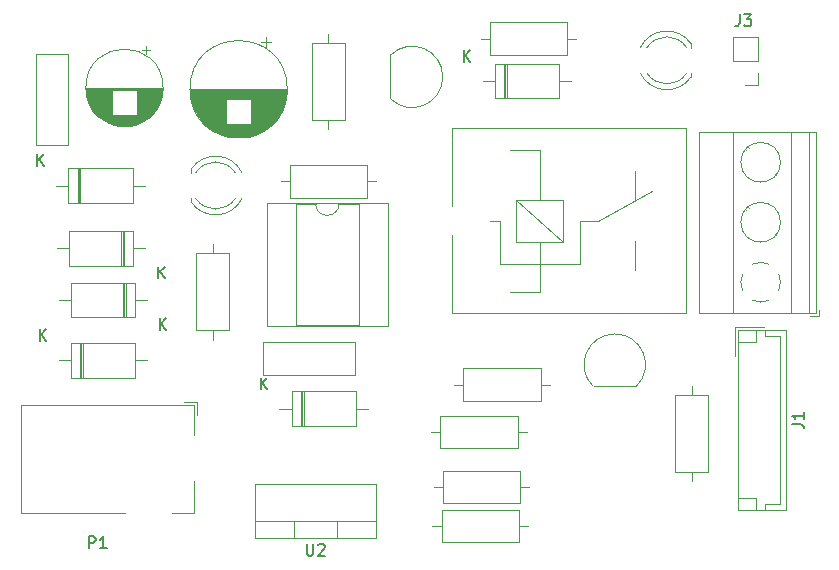
<source format=gbr>
%TF.GenerationSoftware,KiCad,Pcbnew,8.0.0-rc2*%
%TF.CreationDate,2024-05-24T11:46:06+05:30*%
%TF.ProjectId,IR based Relay controll board_v1,49522062-6173-4656-9420-52656c617920,rev?*%
%TF.SameCoordinates,Original*%
%TF.FileFunction,Legend,Top*%
%TF.FilePolarity,Positive*%
%FSLAX46Y46*%
G04 Gerber Fmt 4.6, Leading zero omitted, Abs format (unit mm)*
G04 Created by KiCad (PCBNEW 8.0.0-rc2) date 2024-05-24 11:46:06*
%MOMM*%
%LPD*%
G01*
G04 APERTURE LIST*
%ADD10C,0.150000*%
%ADD11C,0.120000*%
G04 APERTURE END LIST*
D10*
X169608095Y-111154819D02*
X169608095Y-110154819D01*
X170179523Y-111154819D02*
X169750952Y-110583390D01*
X170179523Y-110154819D02*
X169608095Y-110726247D01*
X152408095Y-138904819D02*
X152408095Y-137904819D01*
X152979523Y-138904819D02*
X152550952Y-138333390D01*
X152979523Y-137904819D02*
X152408095Y-138476247D01*
X133708095Y-134804819D02*
X133708095Y-133804819D01*
X134279523Y-134804819D02*
X133850952Y-134233390D01*
X134279523Y-133804819D02*
X133708095Y-134376247D01*
X137861905Y-152354819D02*
X137861905Y-151354819D01*
X137861905Y-151354819D02*
X138242857Y-151354819D01*
X138242857Y-151354819D02*
X138338095Y-151402438D01*
X138338095Y-151402438D02*
X138385714Y-151450057D01*
X138385714Y-151450057D02*
X138433333Y-151545295D01*
X138433333Y-151545295D02*
X138433333Y-151688152D01*
X138433333Y-151688152D02*
X138385714Y-151783390D01*
X138385714Y-151783390D02*
X138338095Y-151831009D01*
X138338095Y-151831009D02*
X138242857Y-151878628D01*
X138242857Y-151878628D02*
X137861905Y-151878628D01*
X139385714Y-152354819D02*
X138814286Y-152354819D01*
X139100000Y-152354819D02*
X139100000Y-151354819D01*
X139100000Y-151354819D02*
X139004762Y-151497676D01*
X139004762Y-151497676D02*
X138909524Y-151592914D01*
X138909524Y-151592914D02*
X138814286Y-151640533D01*
X192966666Y-107154819D02*
X192966666Y-107869104D01*
X192966666Y-107869104D02*
X192919047Y-108011961D01*
X192919047Y-108011961D02*
X192823809Y-108107200D01*
X192823809Y-108107200D02*
X192680952Y-108154819D01*
X192680952Y-108154819D02*
X192585714Y-108154819D01*
X193347619Y-107154819D02*
X193966666Y-107154819D01*
X193966666Y-107154819D02*
X193633333Y-107535771D01*
X193633333Y-107535771D02*
X193776190Y-107535771D01*
X193776190Y-107535771D02*
X193871428Y-107583390D01*
X193871428Y-107583390D02*
X193919047Y-107631009D01*
X193919047Y-107631009D02*
X193966666Y-107726247D01*
X193966666Y-107726247D02*
X193966666Y-107964342D01*
X193966666Y-107964342D02*
X193919047Y-108059580D01*
X193919047Y-108059580D02*
X193871428Y-108107200D01*
X193871428Y-108107200D02*
X193776190Y-108154819D01*
X193776190Y-108154819D02*
X193490476Y-108154819D01*
X193490476Y-108154819D02*
X193395238Y-108107200D01*
X193395238Y-108107200D02*
X193347619Y-108059580D01*
X156298095Y-151974819D02*
X156298095Y-152784342D01*
X156298095Y-152784342D02*
X156345714Y-152879580D01*
X156345714Y-152879580D02*
X156393333Y-152927200D01*
X156393333Y-152927200D02*
X156488571Y-152974819D01*
X156488571Y-152974819D02*
X156679047Y-152974819D01*
X156679047Y-152974819D02*
X156774285Y-152927200D01*
X156774285Y-152927200D02*
X156821904Y-152879580D01*
X156821904Y-152879580D02*
X156869523Y-152784342D01*
X156869523Y-152784342D02*
X156869523Y-151974819D01*
X157298095Y-152070057D02*
X157345714Y-152022438D01*
X157345714Y-152022438D02*
X157440952Y-151974819D01*
X157440952Y-151974819D02*
X157679047Y-151974819D01*
X157679047Y-151974819D02*
X157774285Y-152022438D01*
X157774285Y-152022438D02*
X157821904Y-152070057D01*
X157821904Y-152070057D02*
X157869523Y-152165295D01*
X157869523Y-152165295D02*
X157869523Y-152260533D01*
X157869523Y-152260533D02*
X157821904Y-152403390D01*
X157821904Y-152403390D02*
X157250476Y-152974819D01*
X157250476Y-152974819D02*
X157869523Y-152974819D01*
X143868095Y-133904819D02*
X143868095Y-132904819D01*
X144439523Y-133904819D02*
X144010952Y-133333390D01*
X144439523Y-132904819D02*
X143868095Y-133476247D01*
X197404819Y-141833333D02*
X198119104Y-141833333D01*
X198119104Y-141833333D02*
X198261961Y-141880952D01*
X198261961Y-141880952D02*
X198357200Y-141976190D01*
X198357200Y-141976190D02*
X198404819Y-142119047D01*
X198404819Y-142119047D02*
X198404819Y-142214285D01*
X198404819Y-140833333D02*
X198404819Y-141404761D01*
X198404819Y-141119047D02*
X197404819Y-141119047D01*
X197404819Y-141119047D02*
X197547676Y-141214285D01*
X197547676Y-141214285D02*
X197642914Y-141309523D01*
X197642914Y-141309523D02*
X197690533Y-141404761D01*
X143718095Y-129504819D02*
X143718095Y-128504819D01*
X144289523Y-129504819D02*
X143860952Y-128933390D01*
X144289523Y-128504819D02*
X143718095Y-129076247D01*
X133508095Y-120004819D02*
X133508095Y-119004819D01*
X134079523Y-120004819D02*
X133650952Y-119433390D01*
X134079523Y-119004819D02*
X133508095Y-119576247D01*
D11*
%TO.C,C2*%
X149510000Y-114378349D02*
X146565000Y-114378349D01*
X149510000Y-114418349D02*
X146574000Y-114418349D01*
X149510000Y-114458349D02*
X146583000Y-114458349D01*
X149510000Y-114498349D02*
X146593000Y-114498349D01*
X149510000Y-114538349D02*
X146603000Y-114538349D01*
X149510000Y-114578349D02*
X146614000Y-114578349D01*
X149510000Y-114618349D02*
X146625000Y-114618349D01*
X149510000Y-114658349D02*
X146636000Y-114658349D01*
X149510000Y-114698349D02*
X146648000Y-114698349D01*
X149510000Y-114738349D02*
X146661000Y-114738349D01*
X149510000Y-114778349D02*
X146673000Y-114778349D01*
X149510000Y-114818349D02*
X146687000Y-114818349D01*
X149510000Y-114858349D02*
X146700000Y-114858349D01*
X149510000Y-114898349D02*
X146715000Y-114898349D01*
X149510000Y-114938349D02*
X146729000Y-114938349D01*
X149510000Y-114978349D02*
X146745000Y-114978349D01*
X149510000Y-115018349D02*
X146760000Y-115018349D01*
X149510000Y-115058349D02*
X146776000Y-115058349D01*
X149510000Y-115098349D02*
X146793000Y-115098349D01*
X149510000Y-115138349D02*
X146810000Y-115138349D01*
X149510000Y-115178349D02*
X146828000Y-115178349D01*
X149510000Y-115218349D02*
X146846000Y-115218349D01*
X149510000Y-115258349D02*
X146864000Y-115258349D01*
X149510000Y-115298349D02*
X146884000Y-115298349D01*
X149510000Y-115338349D02*
X146903000Y-115338349D01*
X149510000Y-115378349D02*
X146923000Y-115378349D01*
X149510000Y-115418349D02*
X146944000Y-115418349D01*
X149510000Y-115458349D02*
X146966000Y-115458349D01*
X149510000Y-115498349D02*
X146988000Y-115498349D01*
X149510000Y-115538349D02*
X147010000Y-115538349D01*
X149510000Y-115578349D02*
X147033000Y-115578349D01*
X149510000Y-115618349D02*
X147057000Y-115618349D01*
X149510000Y-115658349D02*
X147081000Y-115658349D01*
X149510000Y-115698349D02*
X147106000Y-115698349D01*
X149510000Y-115738349D02*
X147132000Y-115738349D01*
X149510000Y-115778349D02*
X147158000Y-115778349D01*
X149510000Y-115818349D02*
X147185000Y-115818349D01*
X149510000Y-115858349D02*
X147212000Y-115858349D01*
X149510000Y-115898349D02*
X147241000Y-115898349D01*
X149510000Y-115938349D02*
X147270000Y-115938349D01*
X149510000Y-115978349D02*
X147300000Y-115978349D01*
X149510000Y-116018349D02*
X147330000Y-116018349D01*
X149510000Y-116058349D02*
X147361000Y-116058349D01*
X149510000Y-116098349D02*
X147394000Y-116098349D01*
X149510000Y-116138349D02*
X147426000Y-116138349D01*
X149510000Y-116178349D02*
X147460000Y-116178349D01*
X149510000Y-116218349D02*
X147495000Y-116218349D01*
X149510000Y-116258349D02*
X147531000Y-116258349D01*
X149510000Y-116298349D02*
X147567000Y-116298349D01*
X149510000Y-116338349D02*
X147605000Y-116338349D01*
X149510000Y-116378349D02*
X147643000Y-116378349D01*
X149510000Y-116418349D02*
X147683000Y-116418349D01*
X151083000Y-117578349D02*
X150017000Y-117578349D01*
X151318000Y-117538349D02*
X149782000Y-117538349D01*
X151498000Y-117498349D02*
X149602000Y-117498349D01*
X151648000Y-117458349D02*
X149452000Y-117458349D01*
X151779000Y-117418349D02*
X149321000Y-117418349D01*
X151896000Y-117378349D02*
X149204000Y-117378349D01*
X152003000Y-117338349D02*
X149097000Y-117338349D01*
X152102000Y-117298349D02*
X148998000Y-117298349D01*
X152195000Y-117258349D02*
X148905000Y-117258349D01*
X152281000Y-117218349D02*
X148819000Y-117218349D01*
X152363000Y-117178349D02*
X148737000Y-117178349D01*
X152440000Y-117138349D02*
X148660000Y-117138349D01*
X152514000Y-117098349D02*
X148586000Y-117098349D01*
X152584000Y-117058349D02*
X148516000Y-117058349D01*
X152652000Y-117018349D02*
X148448000Y-117018349D01*
X152716000Y-116978349D02*
X148384000Y-116978349D01*
X152778000Y-116938349D02*
X148322000Y-116938349D01*
X152837000Y-116898349D02*
X148263000Y-116898349D01*
X152865000Y-109087651D02*
X152865000Y-109887651D01*
X152895000Y-116858349D02*
X148205000Y-116858349D01*
X152950000Y-116818349D02*
X148150000Y-116818349D01*
X153004000Y-116778349D02*
X148096000Y-116778349D01*
X153055000Y-116738349D02*
X148045000Y-116738349D01*
X153106000Y-116698349D02*
X147994000Y-116698349D01*
X153154000Y-116658349D02*
X147946000Y-116658349D01*
X153201000Y-116618349D02*
X147899000Y-116618349D01*
X153247000Y-116578349D02*
X147853000Y-116578349D01*
X153265000Y-109487651D02*
X152465000Y-109487651D01*
X153291000Y-116538349D02*
X147809000Y-116538349D01*
X153334000Y-116498349D02*
X147766000Y-116498349D01*
X153376000Y-116458349D02*
X147724000Y-116458349D01*
X153417000Y-116418349D02*
X151590000Y-116418349D01*
X153457000Y-116378349D02*
X151590000Y-116378349D01*
X153495000Y-116338349D02*
X151590000Y-116338349D01*
X153533000Y-116298349D02*
X151590000Y-116298349D01*
X153569000Y-116258349D02*
X151590000Y-116258349D01*
X153605000Y-116218349D02*
X151590000Y-116218349D01*
X153640000Y-116178349D02*
X151590000Y-116178349D01*
X153674000Y-116138349D02*
X151590000Y-116138349D01*
X153706000Y-116098349D02*
X151590000Y-116098349D01*
X153739000Y-116058349D02*
X151590000Y-116058349D01*
X153770000Y-116018349D02*
X151590000Y-116018349D01*
X153800000Y-115978349D02*
X151590000Y-115978349D01*
X153830000Y-115938349D02*
X151590000Y-115938349D01*
X153859000Y-115898349D02*
X151590000Y-115898349D01*
X153888000Y-115858349D02*
X151590000Y-115858349D01*
X153915000Y-115818349D02*
X151590000Y-115818349D01*
X153942000Y-115778349D02*
X151590000Y-115778349D01*
X153968000Y-115738349D02*
X151590000Y-115738349D01*
X153994000Y-115698349D02*
X151590000Y-115698349D01*
X154019000Y-115658349D02*
X151590000Y-115658349D01*
X154043000Y-115618349D02*
X151590000Y-115618349D01*
X154067000Y-115578349D02*
X151590000Y-115578349D01*
X154090000Y-115538349D02*
X151590000Y-115538349D01*
X154112000Y-115498349D02*
X151590000Y-115498349D01*
X154134000Y-115458349D02*
X151590000Y-115458349D01*
X154156000Y-115418349D02*
X151590000Y-115418349D01*
X154177000Y-115378349D02*
X151590000Y-115378349D01*
X154197000Y-115338349D02*
X151590000Y-115338349D01*
X154216000Y-115298349D02*
X151590000Y-115298349D01*
X154236000Y-115258349D02*
X151590000Y-115258349D01*
X154254000Y-115218349D02*
X151590000Y-115218349D01*
X154272000Y-115178349D02*
X151590000Y-115178349D01*
X154290000Y-115138349D02*
X151590000Y-115138349D01*
X154307000Y-115098349D02*
X151590000Y-115098349D01*
X154324000Y-115058349D02*
X151590000Y-115058349D01*
X154340000Y-115018349D02*
X151590000Y-115018349D01*
X154355000Y-114978349D02*
X151590000Y-114978349D01*
X154371000Y-114938349D02*
X151590000Y-114938349D01*
X154385000Y-114898349D02*
X151590000Y-114898349D01*
X154400000Y-114858349D02*
X151590000Y-114858349D01*
X154413000Y-114818349D02*
X151590000Y-114818349D01*
X154427000Y-114778349D02*
X151590000Y-114778349D01*
X154439000Y-114738349D02*
X151590000Y-114738349D01*
X154452000Y-114698349D02*
X151590000Y-114698349D01*
X154464000Y-114658349D02*
X151590000Y-114658349D01*
X154475000Y-114618349D02*
X151590000Y-114618349D01*
X154486000Y-114578349D02*
X151590000Y-114578349D01*
X154497000Y-114538349D02*
X151590000Y-114538349D01*
X154507000Y-114498349D02*
X151590000Y-114498349D01*
X154517000Y-114458349D02*
X151590000Y-114458349D01*
X154526000Y-114418349D02*
X151590000Y-114418349D01*
X154535000Y-114378349D02*
X151590000Y-114378349D01*
X154544000Y-114338349D02*
X146556000Y-114338349D01*
X154552000Y-114298349D02*
X146548000Y-114298349D01*
X154560000Y-114258349D02*
X146540000Y-114258349D01*
X154567000Y-114218349D02*
X146533000Y-114218349D01*
X154574000Y-114177349D02*
X146526000Y-114177349D01*
X154580000Y-114137349D02*
X146520000Y-114137349D01*
X154587000Y-114097349D02*
X146513000Y-114097349D01*
X154592000Y-114057349D02*
X146508000Y-114057349D01*
X154598000Y-114017349D02*
X146502000Y-114017349D01*
X154602000Y-113977349D02*
X146498000Y-113977349D01*
X154607000Y-113937349D02*
X146493000Y-113937349D01*
X154611000Y-113897349D02*
X146489000Y-113897349D01*
X154615000Y-113857349D02*
X146485000Y-113857349D01*
X154618000Y-113817349D02*
X146482000Y-113817349D01*
X154621000Y-113777349D02*
X146479000Y-113777349D01*
X154624000Y-113737349D02*
X146476000Y-113737349D01*
X154626000Y-113697349D02*
X146474000Y-113697349D01*
X154627000Y-113657349D02*
X146473000Y-113657349D01*
X154629000Y-113617349D02*
X146471000Y-113617349D01*
X154630000Y-113497349D02*
X146470000Y-113497349D01*
X154630000Y-113537349D02*
X146470000Y-113537349D01*
X154630000Y-113577349D02*
X146470000Y-113577349D01*
X154670000Y-113497349D02*
G75*
G02*
X146430000Y-113497349I-4120000J0D01*
G01*
X146430000Y-113497349D02*
G75*
G02*
X154670000Y-113497349I4120000J0D01*
G01*
%TO.C,R2*%
X146980000Y-127380000D02*
X146980000Y-133920000D01*
X146980000Y-133920000D02*
X149720000Y-133920000D01*
X148350000Y-126610000D02*
X148350000Y-127380000D01*
X148350000Y-134690000D02*
X148350000Y-133920000D01*
X149720000Y-127380000D02*
X146980000Y-127380000D01*
X149720000Y-133920000D02*
X149720000Y-127380000D01*
%TO.C,C3*%
X139842379Y-113607621D02*
X137660379Y-113607621D01*
X139842379Y-113647621D02*
X137664379Y-113647621D01*
X139842379Y-113687621D02*
X137667379Y-113687621D01*
X139842379Y-113727621D02*
X137671379Y-113727621D01*
X139842379Y-113767621D02*
X137676379Y-113767621D01*
X139842379Y-113807621D02*
X137681379Y-113807621D01*
X139842379Y-113847621D02*
X137687379Y-113847621D01*
X139842379Y-113887621D02*
X137693379Y-113887621D01*
X139842379Y-113927621D02*
X137700379Y-113927621D01*
X139842379Y-113967621D02*
X137707379Y-113967621D01*
X139842379Y-114007621D02*
X137715379Y-114007621D01*
X139842379Y-114047621D02*
X137723379Y-114047621D01*
X139842379Y-114088621D02*
X137732379Y-114088621D01*
X139842379Y-114128621D02*
X137741379Y-114128621D01*
X139842379Y-114168621D02*
X137751379Y-114168621D01*
X139842379Y-114208621D02*
X137761379Y-114208621D01*
X139842379Y-114248621D02*
X137772379Y-114248621D01*
X139842379Y-114288621D02*
X137784379Y-114288621D01*
X139842379Y-114328621D02*
X137796379Y-114328621D01*
X139842379Y-114368621D02*
X137808379Y-114368621D01*
X139842379Y-114408621D02*
X137821379Y-114408621D01*
X139842379Y-114448621D02*
X137835379Y-114448621D01*
X139842379Y-114488621D02*
X137849379Y-114488621D01*
X139842379Y-114528621D02*
X137864379Y-114528621D01*
X139842379Y-114568621D02*
X137880379Y-114568621D01*
X139842379Y-114608621D02*
X137896379Y-114608621D01*
X139842379Y-114648621D02*
X137912379Y-114648621D01*
X139842379Y-114688621D02*
X137930379Y-114688621D01*
X139842379Y-114728621D02*
X137948379Y-114728621D01*
X139842379Y-114768621D02*
X137966379Y-114768621D01*
X139842379Y-114808621D02*
X137986379Y-114808621D01*
X139842379Y-114848621D02*
X138006379Y-114848621D01*
X139842379Y-114888621D02*
X138026379Y-114888621D01*
X139842379Y-114928621D02*
X138048379Y-114928621D01*
X139842379Y-114968621D02*
X138070379Y-114968621D01*
X139842379Y-115008621D02*
X138092379Y-115008621D01*
X139842379Y-115048621D02*
X138116379Y-115048621D01*
X139842379Y-115088621D02*
X138140379Y-115088621D01*
X139842379Y-115128621D02*
X138166379Y-115128621D01*
X139842379Y-115168621D02*
X138192379Y-115168621D01*
X139842379Y-115208621D02*
X138218379Y-115208621D01*
X139842379Y-115248621D02*
X138246379Y-115248621D01*
X139842379Y-115288621D02*
X138275379Y-115288621D01*
X139842379Y-115328621D02*
X138304379Y-115328621D01*
X139842379Y-115368621D02*
X138334379Y-115368621D01*
X139842379Y-115408621D02*
X138366379Y-115408621D01*
X139842379Y-115448621D02*
X138398379Y-115448621D01*
X139842379Y-115488621D02*
X138432379Y-115488621D01*
X139842379Y-115528621D02*
X138466379Y-115528621D01*
X139842379Y-115568621D02*
X138502379Y-115568621D01*
X139842379Y-115608621D02*
X138539379Y-115608621D01*
X139842379Y-115648621D02*
X138577379Y-115648621D01*
X141284379Y-116608621D02*
X140480379Y-116608621D01*
X141515379Y-116568621D02*
X140249379Y-116568621D01*
X141684379Y-116528621D02*
X140080379Y-116528621D01*
X141822379Y-116488621D02*
X139942379Y-116488621D01*
X141941379Y-116448621D02*
X139823379Y-116448621D01*
X142047379Y-116408621D02*
X139717379Y-116408621D01*
X142144379Y-116368621D02*
X139620379Y-116368621D01*
X142232379Y-116328621D02*
X139532379Y-116328621D01*
X142314379Y-116288621D02*
X139450379Y-116288621D01*
X142391379Y-116248621D02*
X139373379Y-116248621D01*
X142463379Y-116208621D02*
X139301379Y-116208621D01*
X142532379Y-116168621D02*
X139232379Y-116168621D01*
X142596379Y-116128621D02*
X139168379Y-116128621D01*
X142658379Y-116088621D02*
X139106379Y-116088621D01*
X142716379Y-116048621D02*
X139048379Y-116048621D01*
X142721379Y-109867380D02*
X142721379Y-110497380D01*
X142772379Y-116008621D02*
X138992379Y-116008621D01*
X142826379Y-115968621D02*
X138938379Y-115968621D01*
X142877379Y-115928621D02*
X138887379Y-115928621D01*
X142926379Y-115888621D02*
X138838379Y-115888621D01*
X142974379Y-115848621D02*
X138790379Y-115848621D01*
X143019379Y-115808621D02*
X138745379Y-115808621D01*
X143036379Y-110182380D02*
X142406379Y-110182380D01*
X143064379Y-115768621D02*
X138700379Y-115768621D01*
X143106379Y-115728621D02*
X138658379Y-115728621D01*
X143147379Y-115688621D02*
X138617379Y-115688621D01*
X143187379Y-115648621D02*
X141922379Y-115648621D01*
X143225379Y-115608621D02*
X141922379Y-115608621D01*
X143262379Y-115568621D02*
X141922379Y-115568621D01*
X143298379Y-115528621D02*
X141922379Y-115528621D01*
X143332379Y-115488621D02*
X141922379Y-115488621D01*
X143366379Y-115448621D02*
X141922379Y-115448621D01*
X143398379Y-115408621D02*
X141922379Y-115408621D01*
X143430379Y-115368621D02*
X141922379Y-115368621D01*
X143460379Y-115328621D02*
X141922379Y-115328621D01*
X143489379Y-115288621D02*
X141922379Y-115288621D01*
X143518379Y-115248621D02*
X141922379Y-115248621D01*
X143546379Y-115208621D02*
X141922379Y-115208621D01*
X143572379Y-115168621D02*
X141922379Y-115168621D01*
X143598379Y-115128621D02*
X141922379Y-115128621D01*
X143624379Y-115088621D02*
X141922379Y-115088621D01*
X143648379Y-115048621D02*
X141922379Y-115048621D01*
X143672379Y-115008621D02*
X141922379Y-115008621D01*
X143694379Y-114968621D02*
X141922379Y-114968621D01*
X143716379Y-114928621D02*
X141922379Y-114928621D01*
X143738379Y-114888621D02*
X141922379Y-114888621D01*
X143758379Y-114848621D02*
X141922379Y-114848621D01*
X143778379Y-114808621D02*
X141922379Y-114808621D01*
X143798379Y-114768621D02*
X141922379Y-114768621D01*
X143816379Y-114728621D02*
X141922379Y-114728621D01*
X143834379Y-114688621D02*
X141922379Y-114688621D01*
X143852379Y-114648621D02*
X141922379Y-114648621D01*
X143868379Y-114608621D02*
X141922379Y-114608621D01*
X143884379Y-114568621D02*
X141922379Y-114568621D01*
X143900379Y-114528621D02*
X141922379Y-114528621D01*
X143915379Y-114488621D02*
X141922379Y-114488621D01*
X143929379Y-114448621D02*
X141922379Y-114448621D01*
X143943379Y-114408621D02*
X141922379Y-114408621D01*
X143956379Y-114368621D02*
X141922379Y-114368621D01*
X143968379Y-114328621D02*
X141922379Y-114328621D01*
X143980379Y-114288621D02*
X141922379Y-114288621D01*
X143992379Y-114248621D02*
X141922379Y-114248621D01*
X144003379Y-114208621D02*
X141922379Y-114208621D01*
X144013379Y-114168621D02*
X141922379Y-114168621D01*
X144023379Y-114128621D02*
X141922379Y-114128621D01*
X144032379Y-114088621D02*
X141922379Y-114088621D01*
X144041379Y-114047621D02*
X141922379Y-114047621D01*
X144049379Y-114007621D02*
X141922379Y-114007621D01*
X144057379Y-113967621D02*
X141922379Y-113967621D01*
X144064379Y-113927621D02*
X141922379Y-113927621D01*
X144071379Y-113887621D02*
X141922379Y-113887621D01*
X144077379Y-113847621D02*
X141922379Y-113847621D01*
X144083379Y-113807621D02*
X141922379Y-113807621D01*
X144088379Y-113767621D02*
X141922379Y-113767621D01*
X144093379Y-113727621D02*
X141922379Y-113727621D01*
X144097379Y-113687621D02*
X141922379Y-113687621D01*
X144100379Y-113647621D02*
X141922379Y-113647621D01*
X144104379Y-113607621D02*
X141922379Y-113607621D01*
X144106379Y-113567621D02*
X137658379Y-113567621D01*
X144109379Y-113527621D02*
X137655379Y-113527621D01*
X144110379Y-113487621D02*
X137654379Y-113487621D01*
X144112379Y-113367621D02*
X137652379Y-113367621D01*
X144112379Y-113407621D02*
X137652379Y-113407621D01*
X144112379Y-113447621D02*
X137652379Y-113447621D01*
X144152379Y-113367621D02*
G75*
G02*
X137612379Y-113367621I-3270000J0D01*
G01*
X137612379Y-113367621D02*
G75*
G02*
X144152379Y-113367621I3270000J0D01*
G01*
%TO.C,D6*%
X171210000Y-112800000D02*
X172230000Y-112800000D01*
X172230000Y-111330000D02*
X172230000Y-114270000D01*
X172230000Y-114270000D02*
X177670000Y-114270000D01*
X173010000Y-111330000D02*
X173010000Y-114270000D01*
X173130000Y-111330000D02*
X173130000Y-114270000D01*
X173250000Y-111330000D02*
X173250000Y-114270000D01*
X177670000Y-111330000D02*
X172230000Y-111330000D01*
X177670000Y-114270000D02*
X177670000Y-111330000D01*
X178690000Y-112800000D02*
X177670000Y-112800000D01*
%TO.C,R3*%
X166860000Y-142500000D02*
X167630000Y-142500000D01*
X167630000Y-141130000D02*
X167630000Y-143870000D01*
X167630000Y-143870000D02*
X174170000Y-143870000D01*
X174170000Y-141130000D02*
X167630000Y-141130000D01*
X174170000Y-143870000D02*
X174170000Y-141130000D01*
X174940000Y-142500000D02*
X174170000Y-142500000D01*
%TO.C,R9*%
X167060000Y-147150000D02*
X167830000Y-147150000D01*
X167830000Y-145780000D02*
X167830000Y-148520000D01*
X167830000Y-148520000D02*
X174370000Y-148520000D01*
X174370000Y-145780000D02*
X167830000Y-145780000D01*
X174370000Y-148520000D02*
X174370000Y-145780000D01*
X175140000Y-147150000D02*
X174370000Y-147150000D01*
%TO.C,D5*%
X154010000Y-140550000D02*
X155030000Y-140550000D01*
X155030000Y-139080000D02*
X155030000Y-142020000D01*
X155030000Y-142020000D02*
X160470000Y-142020000D01*
X155810000Y-139080000D02*
X155810000Y-142020000D01*
X155930000Y-139080000D02*
X155930000Y-142020000D01*
X156050000Y-139080000D02*
X156050000Y-142020000D01*
X160470000Y-139080000D02*
X155030000Y-139080000D01*
X160470000Y-142020000D02*
X160470000Y-139080000D01*
X161490000Y-140550000D02*
X160470000Y-140550000D01*
%TO.C,K1*%
X168600000Y-116800000D02*
X168600000Y-123400000D01*
X168600000Y-116800000D02*
X188400000Y-116800000D01*
X168600000Y-125800000D02*
X168600000Y-132400000D01*
X172650000Y-124650000D02*
X171850000Y-124650000D01*
X172650000Y-124650000D02*
X172650000Y-128250000D01*
X173550000Y-130650000D02*
X176050000Y-130650000D01*
X174050000Y-122850000D02*
X178050000Y-122850000D01*
X174050000Y-126450000D02*
X174050000Y-122850000D01*
X176050000Y-118650000D02*
X173550000Y-118650000D01*
X176050000Y-118650000D02*
X176050000Y-122850000D01*
X176050000Y-126450000D02*
X176050000Y-130650000D01*
X178050000Y-122850000D02*
X178050000Y-126450000D01*
X178050000Y-126450000D02*
X174050000Y-122850000D01*
X178050000Y-126450000D02*
X174050000Y-126450000D01*
X179450000Y-124650000D02*
X179450000Y-128250000D01*
X179450000Y-124650000D02*
X180950000Y-124650000D01*
X179450000Y-128250000D02*
X172650000Y-128250000D01*
X180950000Y-124650000D02*
X185550000Y-122150000D01*
X184150000Y-120400000D02*
X184150000Y-122900000D01*
X184150000Y-128800000D02*
X184150000Y-126350000D01*
X188400000Y-116800000D02*
X188400000Y-132400000D01*
X188400000Y-132400000D02*
X168600000Y-132400000D01*
%TO.C,D1*%
X135310000Y-136450000D02*
X136330000Y-136450000D01*
X136330000Y-134980000D02*
X136330000Y-137920000D01*
X136330000Y-137920000D02*
X141770000Y-137920000D01*
X137110000Y-134980000D02*
X137110000Y-137920000D01*
X137230000Y-134980000D02*
X137230000Y-137920000D01*
X137350000Y-134980000D02*
X137350000Y-137920000D01*
X141770000Y-134980000D02*
X136330000Y-134980000D01*
X141770000Y-137920000D02*
X141770000Y-134980000D01*
X142790000Y-136450000D02*
X141770000Y-136450000D01*
%TO.C,P1*%
X132100000Y-140192500D02*
X146800000Y-140192500D01*
X132100000Y-149392500D02*
X132100000Y-140192500D01*
X140900000Y-149392500D02*
X132100000Y-149392500D01*
X145950000Y-139992500D02*
X147000000Y-139992500D01*
X146800000Y-140192500D02*
X146800000Y-142792500D01*
X146800000Y-146692500D02*
X146800000Y-149392500D01*
X146800000Y-149392500D02*
X144900000Y-149392500D01*
X147000000Y-141042500D02*
X147000000Y-139992500D01*
%TO.C,J2*%
X189489000Y-117075000D02*
X199410000Y-117075000D01*
X189489000Y-132435000D02*
X189489000Y-117075000D01*
X189489000Y-132435000D02*
X199410000Y-132435000D01*
X192449000Y-132435000D02*
X192449000Y-117075000D01*
X193475000Y-118605000D02*
X193511000Y-118640000D01*
X193475000Y-123685000D02*
X193511000Y-123720000D01*
X193681000Y-118400000D02*
X193727000Y-118447000D01*
X193681000Y-123480000D02*
X193727000Y-123527000D01*
X195773000Y-120902000D02*
X195819000Y-120949000D01*
X195773000Y-125982000D02*
X195819000Y-126029000D01*
X195989000Y-120709000D02*
X196024000Y-120744000D01*
X195989000Y-125789000D02*
X196024000Y-125824000D01*
X197350000Y-132435000D02*
X197350000Y-117075000D01*
X198850000Y-132435000D02*
X198850000Y-117075000D01*
X198910000Y-132675000D02*
X199650000Y-132675000D01*
X199410000Y-132435000D02*
X199410000Y-117075000D01*
X199650000Y-132675000D02*
X199650000Y-132175000D01*
X193214574Y-130518042D02*
G75*
G02*
X193215001Y-129151001I1535419J683041D01*
G01*
X194066958Y-128299574D02*
G75*
G02*
X195434000Y-128300000I683042J-1535426D01*
G01*
X195433042Y-131370426D02*
G75*
G02*
X194066001Y-131369999I-683041J1535419D01*
G01*
X196284755Y-129151682D02*
G75*
G02*
X196429999Y-129835000I-1534755J-683318D01*
G01*
X196430252Y-129806195D02*
G75*
G02*
X196284999Y-130519000I-1680253J-28806D01*
G01*
X196430000Y-119675000D02*
G75*
G02*
X193070000Y-119675000I-1680000J0D01*
G01*
X193070000Y-119675000D02*
G75*
G02*
X196430000Y-119675000I1680000J0D01*
G01*
X196430000Y-124755000D02*
G75*
G02*
X193070000Y-124755000I-1680000J0D01*
G01*
X193070000Y-124755000D02*
G75*
G02*
X196430000Y-124755000I1680000J0D01*
G01*
%TO.C,J3*%
X192390000Y-111100000D02*
X192390000Y-109040000D01*
X194510000Y-109040000D02*
X192390000Y-109040000D01*
X194510000Y-111100000D02*
X192390000Y-111100000D01*
X194510000Y-111100000D02*
X194510000Y-109040000D01*
X194510000Y-112100000D02*
X194510000Y-113160000D01*
X194510000Y-113160000D02*
X193450000Y-113160000D01*
%TO.C,U2*%
X151940000Y-151520000D02*
X151940000Y-146879000D01*
X155209000Y-151520000D02*
X155209000Y-150010000D01*
X158910000Y-151520000D02*
X158910000Y-150010000D01*
X162180000Y-146879000D02*
X151940000Y-146879000D01*
X162180000Y-150010000D02*
X151940000Y-150010000D01*
X162180000Y-151520000D02*
X151940000Y-151520000D01*
X162180000Y-151520000D02*
X162180000Y-146879000D01*
%TO.C,D3*%
X135310000Y-131350000D02*
X136330000Y-131350000D01*
X136330000Y-129880000D02*
X136330000Y-132820000D01*
X136330000Y-132820000D02*
X141770000Y-132820000D01*
X140750000Y-132820000D02*
X140750000Y-129880000D01*
X140870000Y-132820000D02*
X140870000Y-129880000D01*
X140990000Y-132820000D02*
X140990000Y-129880000D01*
X141770000Y-129880000D02*
X136330000Y-129880000D01*
X141770000Y-132820000D02*
X141770000Y-129880000D01*
X142790000Y-131350000D02*
X141770000Y-131350000D01*
%TO.C,Q1*%
X180600000Y-138660000D02*
X184200000Y-138660000D01*
X180561522Y-138648478D02*
G75*
G02*
X182400000Y-134210000I1838478J1838478D01*
G01*
X182400000Y-134210000D02*
G75*
G02*
X184238478Y-138648478I0J-2600000D01*
G01*
%TO.C,D7*%
X188865000Y-109970000D02*
X188865000Y-109651000D01*
X188865000Y-112449000D02*
X188865000Y-112130000D01*
X184561759Y-109969276D02*
G75*
G02*
X188864999Y-109651251I2243241J-1080724D01*
G01*
X185122288Y-109969040D02*
G75*
G02*
X188488329Y-109970001I1682712J-1080960D01*
G01*
X188488329Y-112129999D02*
G75*
G02*
X185122288Y-112130960I-1683329J1079999D01*
G01*
X188864999Y-112448749D02*
G75*
G02*
X184561759Y-112130724I-2059999J1398749D01*
G01*
%TO.C,R7*%
X156780000Y-109580000D02*
X156780000Y-116120000D01*
X156780000Y-116120000D02*
X159520000Y-116120000D01*
X158150000Y-108810000D02*
X158150000Y-109580000D01*
X158150000Y-116890000D02*
X158150000Y-116120000D01*
X159520000Y-109580000D02*
X156780000Y-109580000D01*
X159520000Y-116120000D02*
X159520000Y-109580000D01*
%TO.C,J1*%
X192540000Y-133590000D02*
X192540000Y-136090000D01*
X192840000Y-133890000D02*
X192840000Y-149110000D01*
X192840000Y-149110000D02*
X196860000Y-149110000D01*
X194340000Y-133890000D02*
X194340000Y-134890000D01*
X194340000Y-134890000D02*
X192840000Y-134890000D01*
X194340000Y-148110000D02*
X192840000Y-148110000D01*
X194340000Y-149110000D02*
X194340000Y-148110000D01*
X195040000Y-133590000D02*
X192540000Y-133590000D01*
X195150000Y-133890000D02*
X195150000Y-134390000D01*
X195150000Y-134390000D02*
X196360000Y-134390000D01*
X195150000Y-148610000D02*
X195150000Y-149110000D01*
X196360000Y-134390000D02*
X196360000Y-148610000D01*
X196360000Y-148610000D02*
X195150000Y-148610000D01*
X196860000Y-133890000D02*
X192840000Y-133890000D01*
X196860000Y-149110000D02*
X196860000Y-133890000D01*
%TO.C,D4*%
X135160000Y-126950000D02*
X136180000Y-126950000D01*
X136180000Y-125480000D02*
X136180000Y-128420000D01*
X136180000Y-128420000D02*
X141620000Y-128420000D01*
X140600000Y-128420000D02*
X140600000Y-125480000D01*
X140720000Y-128420000D02*
X140720000Y-125480000D01*
X140840000Y-128420000D02*
X140840000Y-125480000D01*
X141620000Y-125480000D02*
X136180000Y-125480000D01*
X141620000Y-128420000D02*
X141620000Y-125480000D01*
X142640000Y-126950000D02*
X141620000Y-126950000D01*
%TO.C,C1*%
X133380000Y-110480000D02*
X133380000Y-118220000D01*
X136120000Y-110480000D02*
X133380000Y-110480000D01*
X136120000Y-110480000D02*
X136120000Y-118220000D01*
X136120000Y-118220000D02*
X133380000Y-118220000D01*
%TO.C,Q2*%
X163390000Y-110650000D02*
X163390000Y-114250000D01*
X163401522Y-110611522D02*
G75*
G02*
X167840000Y-112450000I1838478J-1838478D01*
G01*
X167840000Y-112450000D02*
G75*
G02*
X163401522Y-114288478I-2600000J0D01*
G01*
%TO.C,R6*%
X171060000Y-109200000D02*
X171830000Y-109200000D01*
X171830000Y-107830000D02*
X171830000Y-110570000D01*
X171830000Y-110570000D02*
X178370000Y-110570000D01*
X178370000Y-107830000D02*
X171830000Y-107830000D01*
X178370000Y-110570000D02*
X178370000Y-107830000D01*
X179140000Y-109200000D02*
X178370000Y-109200000D01*
%TO.C,R5*%
X187530000Y-139380000D02*
X187530000Y-145920000D01*
X187530000Y-145920000D02*
X190270000Y-145920000D01*
X188900000Y-138610000D02*
X188900000Y-139380000D01*
X188900000Y-146690000D02*
X188900000Y-145920000D01*
X190270000Y-139380000D02*
X187530000Y-139380000D01*
X190270000Y-145920000D02*
X190270000Y-139380000D01*
%TO.C,U3*%
X152920000Y-123110000D02*
X152920000Y-133510000D01*
X152920000Y-133510000D02*
X163200000Y-133510000D01*
X155410000Y-123170000D02*
X155410000Y-133450000D01*
X155410000Y-133450000D02*
X160710000Y-133450000D01*
X157060000Y-123170000D02*
X155410000Y-123170000D01*
X160710000Y-123170000D02*
X159060000Y-123170000D01*
X160710000Y-133450000D02*
X160710000Y-123170000D01*
X163200000Y-123110000D02*
X152920000Y-123110000D01*
X163200000Y-133510000D02*
X163200000Y-123110000D01*
X159060000Y-123170000D02*
G75*
G02*
X157060000Y-123170000I-1000000J0D01*
G01*
%TO.C,D8*%
X146535000Y-120251000D02*
X146535000Y-120570000D01*
X146535000Y-122730000D02*
X146535000Y-123049000D01*
X146535001Y-120251251D02*
G75*
G02*
X150838241Y-120569276I2059999J-1398749D01*
G01*
X146911671Y-120570001D02*
G75*
G02*
X150277712Y-120569040I1683329J-1079999D01*
G01*
X150277712Y-122730960D02*
G75*
G02*
X146911671Y-122729999I-1682712J1080960D01*
G01*
X150838241Y-122730724D02*
G75*
G02*
X146535001Y-123048749I-2243241J1080724D01*
G01*
%TO.C,R8*%
X166960000Y-150450000D02*
X167730000Y-150450000D01*
X167730000Y-149080000D02*
X167730000Y-151820000D01*
X167730000Y-151820000D02*
X174270000Y-151820000D01*
X174270000Y-149080000D02*
X167730000Y-149080000D01*
X174270000Y-151820000D02*
X174270000Y-149080000D01*
X175040000Y-150450000D02*
X174270000Y-150450000D01*
%TO.C,R4*%
X168810000Y-138500000D02*
X169580000Y-138500000D01*
X169580000Y-137130000D02*
X169580000Y-139870000D01*
X169580000Y-139870000D02*
X176120000Y-139870000D01*
X176120000Y-137130000D02*
X169580000Y-137130000D01*
X176120000Y-139870000D02*
X176120000Y-137130000D01*
X176890000Y-138500000D02*
X176120000Y-138500000D01*
%TO.C,R1*%
X154110000Y-121300000D02*
X154880000Y-121300000D01*
X154880000Y-119930000D02*
X154880000Y-122670000D01*
X154880000Y-122670000D02*
X161420000Y-122670000D01*
X161420000Y-119930000D02*
X154880000Y-119930000D01*
X161420000Y-122670000D02*
X161420000Y-119930000D01*
X162190000Y-121300000D02*
X161420000Y-121300000D01*
%TO.C,D2*%
X135110000Y-121650000D02*
X136130000Y-121650000D01*
X136130000Y-120180000D02*
X136130000Y-123120000D01*
X136130000Y-123120000D02*
X141570000Y-123120000D01*
X136910000Y-120180000D02*
X136910000Y-123120000D01*
X137030000Y-120180000D02*
X137030000Y-123120000D01*
X137150000Y-120180000D02*
X137150000Y-123120000D01*
X141570000Y-120180000D02*
X136130000Y-120180000D01*
X141570000Y-123120000D02*
X141570000Y-120180000D01*
X142590000Y-121650000D02*
X141570000Y-121650000D01*
%TO.C,C4*%
X152630000Y-137670000D02*
X152630000Y-134930000D01*
X160370000Y-134930000D02*
X152630000Y-134930000D01*
X160370000Y-137670000D02*
X152630000Y-137670000D01*
X160370000Y-137670000D02*
X160370000Y-134930000D01*
%TD*%
M02*

</source>
